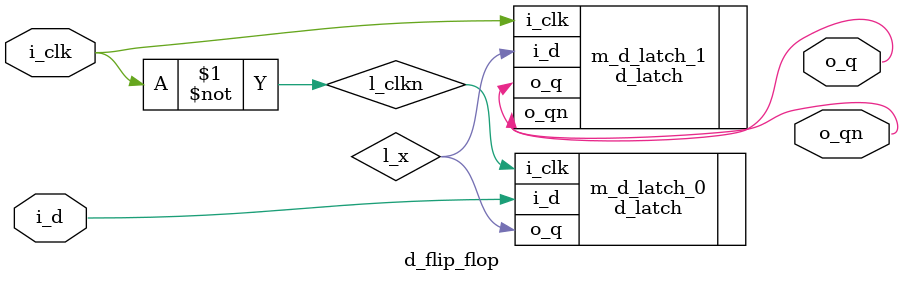
<source format=sv>
/**
Rising Edge D Flipflop consisting of 2 D Latches
@param clk clock input
@param d data input
@param q output
@param qn inverted output
*/
module d_flip_flop(
    input logic i_clk,
    input logic i_d,
    output logic o_q,
    output logic o_qn
);
    logic l_clkn, l_x;

    not m_not_0(l_clkn, i_clk);

    d_latch m_d_latch_0(.i_clk(l_clkn), .i_d(i_d), .o_q(l_x));
    d_latch m_d_latch_1(.i_clk(i_clk), .i_d(l_x), .o_q(o_q), .o_qn(o_qn));

endmodule
</source>
